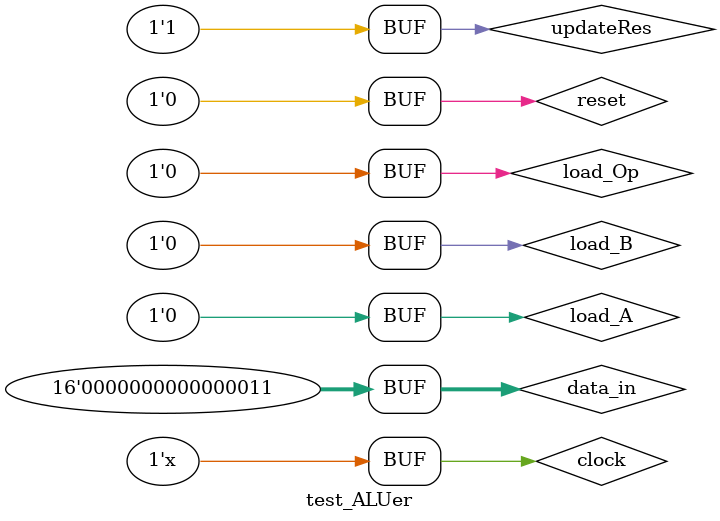
<source format=sv>
`timescale 1ns / 1ps


module test_ALUer();
    logic [15:0]data_in;
    logic load_A, load_B, load_Op, updateRes, reset, clock;
    logic [6:0] segments;
    logic [7:0] anodes;
    logic [4:0]LEDs;
 
ALU_REG DUT(
    .data_in(data_in),
    .load_A(load_A),
    .load_B(load_B),
    .load_Op(load_Op),
    .updateRes(updateRes),
    .reset(reset),
    .clock(clock),
    .segments(segments),
    .anodes(anodes),
    .LEDs(LEDs));
    
    always#10 clock=~clock;
initial begin 
    updateRes=1'b0;
    clock=1'b0;
    reset=1'b1;
    data_in=16'd0;
    load_B=1'b0;
    load_A=1'b0;
    load_Op=1'b0;
    #20
    reset=1'b0;
    data_in=16'd11;
    load_A=1'b1;
    #20
    data_in=16'd10;
    load_A=1'b0;
    load_B=1'b1;
    #20
    data_in=2'b11;
    load_B=1'b0;
    load_Op=1'b1;
    #20
    load_Op=1'b0;
    updateRes=1'b1;
    
   
end    
    
    
endmodule
</source>
